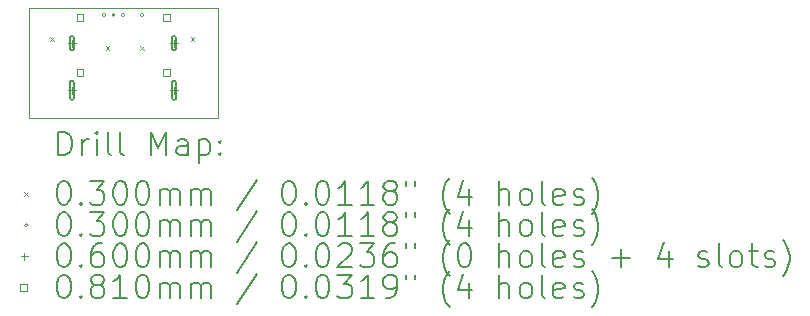
<source format=gbr>
%FSLAX45Y45*%
G04 Gerber Fmt 4.5, Leading zero omitted, Abs format (unit mm)*
G04 Created by KiCad (PCBNEW 6.0.2+dfsg-1) date 2023-06-30 14:06:58*
%MOMM*%
%LPD*%
G01*
G04 APERTURE LIST*
%TA.AperFunction,Profile*%
%ADD10C,0.100000*%
%TD*%
%ADD11C,0.200000*%
%ADD12C,0.030000*%
%ADD13C,0.060000*%
%ADD14C,0.081000*%
G04 APERTURE END LIST*
D10*
X9200000Y-10480000D02*
X9200000Y-9550000D01*
X10800000Y-10480000D02*
X10800000Y-9550000D01*
X10800000Y-10480000D02*
X9200000Y-10480000D01*
X10800000Y-9550000D02*
X9200000Y-9550000D01*
D11*
D12*
X9385000Y-9795000D02*
X9415000Y-9825000D01*
X9415000Y-9795000D02*
X9385000Y-9825000D01*
X9855000Y-9875000D02*
X9885000Y-9905000D01*
X9885000Y-9875000D02*
X9855000Y-9905000D01*
X10145000Y-9875000D02*
X10175000Y-9905000D01*
X10175000Y-9875000D02*
X10145000Y-9905000D01*
X10575000Y-9795000D02*
X10605000Y-9825000D01*
X10605000Y-9795000D02*
X10575000Y-9825000D01*
X9855000Y-9610000D02*
G75*
G03*
X9855000Y-9610000I-15000J0D01*
G01*
X9935000Y-9610000D02*
G75*
G03*
X9935000Y-9610000I-15000J0D01*
G01*
X10015000Y-9610000D02*
G75*
G03*
X10015000Y-9610000I-15000J0D01*
G01*
X10175000Y-9610000D02*
G75*
G03*
X10175000Y-9610000I-15000J0D01*
G01*
D13*
X9568000Y-9817180D02*
X9568000Y-9877180D01*
X9538000Y-9847180D02*
X9598000Y-9847180D01*
D11*
X9548000Y-9807180D02*
X9548000Y-9887180D01*
X9588000Y-9807180D02*
X9588000Y-9887180D01*
X9548000Y-9887180D02*
G75*
G03*
X9588000Y-9887180I20000J0D01*
G01*
X9588000Y-9807180D02*
G75*
G03*
X9548000Y-9807180I-20000J0D01*
G01*
D13*
X9568000Y-10217180D02*
X9568000Y-10277180D01*
X9538000Y-10247180D02*
X9598000Y-10247180D01*
D11*
X9548000Y-10187180D02*
X9548000Y-10307180D01*
X9588000Y-10187180D02*
X9588000Y-10307180D01*
X9548000Y-10307180D02*
G75*
G03*
X9588000Y-10307180I20000J0D01*
G01*
X9588000Y-10187180D02*
G75*
G03*
X9548000Y-10187180I-20000J0D01*
G01*
D13*
X10432000Y-9817180D02*
X10432000Y-9877180D01*
X10402000Y-9847180D02*
X10462000Y-9847180D01*
D11*
X10412000Y-9807180D02*
X10412000Y-9887180D01*
X10452000Y-9807180D02*
X10452000Y-9887180D01*
X10412000Y-9887180D02*
G75*
G03*
X10452000Y-9887180I20000J0D01*
G01*
X10452000Y-9807180D02*
G75*
G03*
X10412000Y-9807180I-20000J0D01*
G01*
D13*
X10432000Y-10217180D02*
X10432000Y-10277180D01*
X10402000Y-10247180D02*
X10462000Y-10247180D01*
D11*
X10412000Y-10187180D02*
X10412000Y-10307180D01*
X10452000Y-10187180D02*
X10452000Y-10307180D01*
X10412000Y-10307180D02*
G75*
G03*
X10452000Y-10307180I20000J0D01*
G01*
X10452000Y-10187180D02*
G75*
G03*
X10412000Y-10187180I-20000J0D01*
G01*
D14*
X9663638Y-9658638D02*
X9663638Y-9601362D01*
X9606362Y-9601362D01*
X9606362Y-9658638D01*
X9663638Y-9658638D01*
X9663638Y-10124638D02*
X9663638Y-10067362D01*
X9606362Y-10067362D01*
X9606362Y-10124638D01*
X9663638Y-10124638D01*
X10393638Y-9658638D02*
X10393638Y-9601362D01*
X10336362Y-9601362D01*
X10336362Y-9658638D01*
X10393638Y-9658638D01*
X10393638Y-10124638D02*
X10393638Y-10067362D01*
X10336362Y-10067362D01*
X10336362Y-10124638D01*
X10393638Y-10124638D01*
D11*
X9452619Y-10795476D02*
X9452619Y-10595476D01*
X9500238Y-10595476D01*
X9528810Y-10605000D01*
X9547857Y-10624048D01*
X9557381Y-10643095D01*
X9566905Y-10681190D01*
X9566905Y-10709762D01*
X9557381Y-10747857D01*
X9547857Y-10766905D01*
X9528810Y-10785952D01*
X9500238Y-10795476D01*
X9452619Y-10795476D01*
X9652619Y-10795476D02*
X9652619Y-10662143D01*
X9652619Y-10700238D02*
X9662143Y-10681190D01*
X9671667Y-10671667D01*
X9690714Y-10662143D01*
X9709762Y-10662143D01*
X9776429Y-10795476D02*
X9776429Y-10662143D01*
X9776429Y-10595476D02*
X9766905Y-10605000D01*
X9776429Y-10614524D01*
X9785952Y-10605000D01*
X9776429Y-10595476D01*
X9776429Y-10614524D01*
X9900238Y-10795476D02*
X9881190Y-10785952D01*
X9871667Y-10766905D01*
X9871667Y-10595476D01*
X10005000Y-10795476D02*
X9985952Y-10785952D01*
X9976429Y-10766905D01*
X9976429Y-10595476D01*
X10233571Y-10795476D02*
X10233571Y-10595476D01*
X10300238Y-10738333D01*
X10366905Y-10595476D01*
X10366905Y-10795476D01*
X10547857Y-10795476D02*
X10547857Y-10690714D01*
X10538333Y-10671667D01*
X10519286Y-10662143D01*
X10481190Y-10662143D01*
X10462143Y-10671667D01*
X10547857Y-10785952D02*
X10528810Y-10795476D01*
X10481190Y-10795476D01*
X10462143Y-10785952D01*
X10452619Y-10766905D01*
X10452619Y-10747857D01*
X10462143Y-10728810D01*
X10481190Y-10719286D01*
X10528810Y-10719286D01*
X10547857Y-10709762D01*
X10643095Y-10662143D02*
X10643095Y-10862143D01*
X10643095Y-10671667D02*
X10662143Y-10662143D01*
X10700238Y-10662143D01*
X10719286Y-10671667D01*
X10728810Y-10681190D01*
X10738333Y-10700238D01*
X10738333Y-10757381D01*
X10728810Y-10776429D01*
X10719286Y-10785952D01*
X10700238Y-10795476D01*
X10662143Y-10795476D01*
X10643095Y-10785952D01*
X10824048Y-10776429D02*
X10833571Y-10785952D01*
X10824048Y-10795476D01*
X10814524Y-10785952D01*
X10824048Y-10776429D01*
X10824048Y-10795476D01*
X10824048Y-10671667D02*
X10833571Y-10681190D01*
X10824048Y-10690714D01*
X10814524Y-10681190D01*
X10824048Y-10671667D01*
X10824048Y-10690714D01*
D12*
X9165000Y-11110000D02*
X9195000Y-11140000D01*
X9195000Y-11110000D02*
X9165000Y-11140000D01*
D11*
X9490714Y-11015476D02*
X9509762Y-11015476D01*
X9528810Y-11025000D01*
X9538333Y-11034524D01*
X9547857Y-11053571D01*
X9557381Y-11091667D01*
X9557381Y-11139286D01*
X9547857Y-11177381D01*
X9538333Y-11196428D01*
X9528810Y-11205952D01*
X9509762Y-11215476D01*
X9490714Y-11215476D01*
X9471667Y-11205952D01*
X9462143Y-11196428D01*
X9452619Y-11177381D01*
X9443095Y-11139286D01*
X9443095Y-11091667D01*
X9452619Y-11053571D01*
X9462143Y-11034524D01*
X9471667Y-11025000D01*
X9490714Y-11015476D01*
X9643095Y-11196428D02*
X9652619Y-11205952D01*
X9643095Y-11215476D01*
X9633571Y-11205952D01*
X9643095Y-11196428D01*
X9643095Y-11215476D01*
X9719286Y-11015476D02*
X9843095Y-11015476D01*
X9776429Y-11091667D01*
X9805000Y-11091667D01*
X9824048Y-11101190D01*
X9833571Y-11110714D01*
X9843095Y-11129762D01*
X9843095Y-11177381D01*
X9833571Y-11196428D01*
X9824048Y-11205952D01*
X9805000Y-11215476D01*
X9747857Y-11215476D01*
X9728810Y-11205952D01*
X9719286Y-11196428D01*
X9966905Y-11015476D02*
X9985952Y-11015476D01*
X10005000Y-11025000D01*
X10014524Y-11034524D01*
X10024048Y-11053571D01*
X10033571Y-11091667D01*
X10033571Y-11139286D01*
X10024048Y-11177381D01*
X10014524Y-11196428D01*
X10005000Y-11205952D01*
X9985952Y-11215476D01*
X9966905Y-11215476D01*
X9947857Y-11205952D01*
X9938333Y-11196428D01*
X9928810Y-11177381D01*
X9919286Y-11139286D01*
X9919286Y-11091667D01*
X9928810Y-11053571D01*
X9938333Y-11034524D01*
X9947857Y-11025000D01*
X9966905Y-11015476D01*
X10157381Y-11015476D02*
X10176429Y-11015476D01*
X10195476Y-11025000D01*
X10205000Y-11034524D01*
X10214524Y-11053571D01*
X10224048Y-11091667D01*
X10224048Y-11139286D01*
X10214524Y-11177381D01*
X10205000Y-11196428D01*
X10195476Y-11205952D01*
X10176429Y-11215476D01*
X10157381Y-11215476D01*
X10138333Y-11205952D01*
X10128810Y-11196428D01*
X10119286Y-11177381D01*
X10109762Y-11139286D01*
X10109762Y-11091667D01*
X10119286Y-11053571D01*
X10128810Y-11034524D01*
X10138333Y-11025000D01*
X10157381Y-11015476D01*
X10309762Y-11215476D02*
X10309762Y-11082143D01*
X10309762Y-11101190D02*
X10319286Y-11091667D01*
X10338333Y-11082143D01*
X10366905Y-11082143D01*
X10385952Y-11091667D01*
X10395476Y-11110714D01*
X10395476Y-11215476D01*
X10395476Y-11110714D02*
X10405000Y-11091667D01*
X10424048Y-11082143D01*
X10452619Y-11082143D01*
X10471667Y-11091667D01*
X10481190Y-11110714D01*
X10481190Y-11215476D01*
X10576429Y-11215476D02*
X10576429Y-11082143D01*
X10576429Y-11101190D02*
X10585952Y-11091667D01*
X10605000Y-11082143D01*
X10633571Y-11082143D01*
X10652619Y-11091667D01*
X10662143Y-11110714D01*
X10662143Y-11215476D01*
X10662143Y-11110714D02*
X10671667Y-11091667D01*
X10690714Y-11082143D01*
X10719286Y-11082143D01*
X10738333Y-11091667D01*
X10747857Y-11110714D01*
X10747857Y-11215476D01*
X11138333Y-11005952D02*
X10966905Y-11263095D01*
X11395476Y-11015476D02*
X11414524Y-11015476D01*
X11433571Y-11025000D01*
X11443095Y-11034524D01*
X11452619Y-11053571D01*
X11462143Y-11091667D01*
X11462143Y-11139286D01*
X11452619Y-11177381D01*
X11443095Y-11196428D01*
X11433571Y-11205952D01*
X11414524Y-11215476D01*
X11395476Y-11215476D01*
X11376428Y-11205952D01*
X11366905Y-11196428D01*
X11357381Y-11177381D01*
X11347857Y-11139286D01*
X11347857Y-11091667D01*
X11357381Y-11053571D01*
X11366905Y-11034524D01*
X11376428Y-11025000D01*
X11395476Y-11015476D01*
X11547857Y-11196428D02*
X11557381Y-11205952D01*
X11547857Y-11215476D01*
X11538333Y-11205952D01*
X11547857Y-11196428D01*
X11547857Y-11215476D01*
X11681190Y-11015476D02*
X11700238Y-11015476D01*
X11719286Y-11025000D01*
X11728809Y-11034524D01*
X11738333Y-11053571D01*
X11747857Y-11091667D01*
X11747857Y-11139286D01*
X11738333Y-11177381D01*
X11728809Y-11196428D01*
X11719286Y-11205952D01*
X11700238Y-11215476D01*
X11681190Y-11215476D01*
X11662143Y-11205952D01*
X11652619Y-11196428D01*
X11643095Y-11177381D01*
X11633571Y-11139286D01*
X11633571Y-11091667D01*
X11643095Y-11053571D01*
X11652619Y-11034524D01*
X11662143Y-11025000D01*
X11681190Y-11015476D01*
X11938333Y-11215476D02*
X11824048Y-11215476D01*
X11881190Y-11215476D02*
X11881190Y-11015476D01*
X11862143Y-11044048D01*
X11843095Y-11063095D01*
X11824048Y-11072619D01*
X12128809Y-11215476D02*
X12014524Y-11215476D01*
X12071667Y-11215476D02*
X12071667Y-11015476D01*
X12052619Y-11044048D01*
X12033571Y-11063095D01*
X12014524Y-11072619D01*
X12243095Y-11101190D02*
X12224048Y-11091667D01*
X12214524Y-11082143D01*
X12205000Y-11063095D01*
X12205000Y-11053571D01*
X12214524Y-11034524D01*
X12224048Y-11025000D01*
X12243095Y-11015476D01*
X12281190Y-11015476D01*
X12300238Y-11025000D01*
X12309762Y-11034524D01*
X12319286Y-11053571D01*
X12319286Y-11063095D01*
X12309762Y-11082143D01*
X12300238Y-11091667D01*
X12281190Y-11101190D01*
X12243095Y-11101190D01*
X12224048Y-11110714D01*
X12214524Y-11120238D01*
X12205000Y-11139286D01*
X12205000Y-11177381D01*
X12214524Y-11196428D01*
X12224048Y-11205952D01*
X12243095Y-11215476D01*
X12281190Y-11215476D01*
X12300238Y-11205952D01*
X12309762Y-11196428D01*
X12319286Y-11177381D01*
X12319286Y-11139286D01*
X12309762Y-11120238D01*
X12300238Y-11110714D01*
X12281190Y-11101190D01*
X12395476Y-11015476D02*
X12395476Y-11053571D01*
X12471667Y-11015476D02*
X12471667Y-11053571D01*
X12766905Y-11291667D02*
X12757381Y-11282143D01*
X12738333Y-11253571D01*
X12728809Y-11234524D01*
X12719286Y-11205952D01*
X12709762Y-11158333D01*
X12709762Y-11120238D01*
X12719286Y-11072619D01*
X12728809Y-11044048D01*
X12738333Y-11025000D01*
X12757381Y-10996429D01*
X12766905Y-10986905D01*
X12928809Y-11082143D02*
X12928809Y-11215476D01*
X12881190Y-11005952D02*
X12833571Y-11148810D01*
X12957381Y-11148810D01*
X13185952Y-11215476D02*
X13185952Y-11015476D01*
X13271667Y-11215476D02*
X13271667Y-11110714D01*
X13262143Y-11091667D01*
X13243095Y-11082143D01*
X13214524Y-11082143D01*
X13195476Y-11091667D01*
X13185952Y-11101190D01*
X13395476Y-11215476D02*
X13376428Y-11205952D01*
X13366905Y-11196428D01*
X13357381Y-11177381D01*
X13357381Y-11120238D01*
X13366905Y-11101190D01*
X13376428Y-11091667D01*
X13395476Y-11082143D01*
X13424048Y-11082143D01*
X13443095Y-11091667D01*
X13452619Y-11101190D01*
X13462143Y-11120238D01*
X13462143Y-11177381D01*
X13452619Y-11196428D01*
X13443095Y-11205952D01*
X13424048Y-11215476D01*
X13395476Y-11215476D01*
X13576428Y-11215476D02*
X13557381Y-11205952D01*
X13547857Y-11186905D01*
X13547857Y-11015476D01*
X13728809Y-11205952D02*
X13709762Y-11215476D01*
X13671667Y-11215476D01*
X13652619Y-11205952D01*
X13643095Y-11186905D01*
X13643095Y-11110714D01*
X13652619Y-11091667D01*
X13671667Y-11082143D01*
X13709762Y-11082143D01*
X13728809Y-11091667D01*
X13738333Y-11110714D01*
X13738333Y-11129762D01*
X13643095Y-11148810D01*
X13814524Y-11205952D02*
X13833571Y-11215476D01*
X13871667Y-11215476D01*
X13890714Y-11205952D01*
X13900238Y-11186905D01*
X13900238Y-11177381D01*
X13890714Y-11158333D01*
X13871667Y-11148810D01*
X13843095Y-11148810D01*
X13824048Y-11139286D01*
X13814524Y-11120238D01*
X13814524Y-11110714D01*
X13824048Y-11091667D01*
X13843095Y-11082143D01*
X13871667Y-11082143D01*
X13890714Y-11091667D01*
X13966905Y-11291667D02*
X13976428Y-11282143D01*
X13995476Y-11253571D01*
X14005000Y-11234524D01*
X14014524Y-11205952D01*
X14024048Y-11158333D01*
X14024048Y-11120238D01*
X14014524Y-11072619D01*
X14005000Y-11044048D01*
X13995476Y-11025000D01*
X13976428Y-10996429D01*
X13966905Y-10986905D01*
D12*
X9195000Y-11389000D02*
G75*
G03*
X9195000Y-11389000I-15000J0D01*
G01*
D11*
X9490714Y-11279476D02*
X9509762Y-11279476D01*
X9528810Y-11289000D01*
X9538333Y-11298524D01*
X9547857Y-11317571D01*
X9557381Y-11355667D01*
X9557381Y-11403286D01*
X9547857Y-11441381D01*
X9538333Y-11460428D01*
X9528810Y-11469952D01*
X9509762Y-11479476D01*
X9490714Y-11479476D01*
X9471667Y-11469952D01*
X9462143Y-11460428D01*
X9452619Y-11441381D01*
X9443095Y-11403286D01*
X9443095Y-11355667D01*
X9452619Y-11317571D01*
X9462143Y-11298524D01*
X9471667Y-11289000D01*
X9490714Y-11279476D01*
X9643095Y-11460428D02*
X9652619Y-11469952D01*
X9643095Y-11479476D01*
X9633571Y-11469952D01*
X9643095Y-11460428D01*
X9643095Y-11479476D01*
X9719286Y-11279476D02*
X9843095Y-11279476D01*
X9776429Y-11355667D01*
X9805000Y-11355667D01*
X9824048Y-11365190D01*
X9833571Y-11374714D01*
X9843095Y-11393762D01*
X9843095Y-11441381D01*
X9833571Y-11460428D01*
X9824048Y-11469952D01*
X9805000Y-11479476D01*
X9747857Y-11479476D01*
X9728810Y-11469952D01*
X9719286Y-11460428D01*
X9966905Y-11279476D02*
X9985952Y-11279476D01*
X10005000Y-11289000D01*
X10014524Y-11298524D01*
X10024048Y-11317571D01*
X10033571Y-11355667D01*
X10033571Y-11403286D01*
X10024048Y-11441381D01*
X10014524Y-11460428D01*
X10005000Y-11469952D01*
X9985952Y-11479476D01*
X9966905Y-11479476D01*
X9947857Y-11469952D01*
X9938333Y-11460428D01*
X9928810Y-11441381D01*
X9919286Y-11403286D01*
X9919286Y-11355667D01*
X9928810Y-11317571D01*
X9938333Y-11298524D01*
X9947857Y-11289000D01*
X9966905Y-11279476D01*
X10157381Y-11279476D02*
X10176429Y-11279476D01*
X10195476Y-11289000D01*
X10205000Y-11298524D01*
X10214524Y-11317571D01*
X10224048Y-11355667D01*
X10224048Y-11403286D01*
X10214524Y-11441381D01*
X10205000Y-11460428D01*
X10195476Y-11469952D01*
X10176429Y-11479476D01*
X10157381Y-11479476D01*
X10138333Y-11469952D01*
X10128810Y-11460428D01*
X10119286Y-11441381D01*
X10109762Y-11403286D01*
X10109762Y-11355667D01*
X10119286Y-11317571D01*
X10128810Y-11298524D01*
X10138333Y-11289000D01*
X10157381Y-11279476D01*
X10309762Y-11479476D02*
X10309762Y-11346143D01*
X10309762Y-11365190D02*
X10319286Y-11355667D01*
X10338333Y-11346143D01*
X10366905Y-11346143D01*
X10385952Y-11355667D01*
X10395476Y-11374714D01*
X10395476Y-11479476D01*
X10395476Y-11374714D02*
X10405000Y-11355667D01*
X10424048Y-11346143D01*
X10452619Y-11346143D01*
X10471667Y-11355667D01*
X10481190Y-11374714D01*
X10481190Y-11479476D01*
X10576429Y-11479476D02*
X10576429Y-11346143D01*
X10576429Y-11365190D02*
X10585952Y-11355667D01*
X10605000Y-11346143D01*
X10633571Y-11346143D01*
X10652619Y-11355667D01*
X10662143Y-11374714D01*
X10662143Y-11479476D01*
X10662143Y-11374714D02*
X10671667Y-11355667D01*
X10690714Y-11346143D01*
X10719286Y-11346143D01*
X10738333Y-11355667D01*
X10747857Y-11374714D01*
X10747857Y-11479476D01*
X11138333Y-11269952D02*
X10966905Y-11527095D01*
X11395476Y-11279476D02*
X11414524Y-11279476D01*
X11433571Y-11289000D01*
X11443095Y-11298524D01*
X11452619Y-11317571D01*
X11462143Y-11355667D01*
X11462143Y-11403286D01*
X11452619Y-11441381D01*
X11443095Y-11460428D01*
X11433571Y-11469952D01*
X11414524Y-11479476D01*
X11395476Y-11479476D01*
X11376428Y-11469952D01*
X11366905Y-11460428D01*
X11357381Y-11441381D01*
X11347857Y-11403286D01*
X11347857Y-11355667D01*
X11357381Y-11317571D01*
X11366905Y-11298524D01*
X11376428Y-11289000D01*
X11395476Y-11279476D01*
X11547857Y-11460428D02*
X11557381Y-11469952D01*
X11547857Y-11479476D01*
X11538333Y-11469952D01*
X11547857Y-11460428D01*
X11547857Y-11479476D01*
X11681190Y-11279476D02*
X11700238Y-11279476D01*
X11719286Y-11289000D01*
X11728809Y-11298524D01*
X11738333Y-11317571D01*
X11747857Y-11355667D01*
X11747857Y-11403286D01*
X11738333Y-11441381D01*
X11728809Y-11460428D01*
X11719286Y-11469952D01*
X11700238Y-11479476D01*
X11681190Y-11479476D01*
X11662143Y-11469952D01*
X11652619Y-11460428D01*
X11643095Y-11441381D01*
X11633571Y-11403286D01*
X11633571Y-11355667D01*
X11643095Y-11317571D01*
X11652619Y-11298524D01*
X11662143Y-11289000D01*
X11681190Y-11279476D01*
X11938333Y-11479476D02*
X11824048Y-11479476D01*
X11881190Y-11479476D02*
X11881190Y-11279476D01*
X11862143Y-11308048D01*
X11843095Y-11327095D01*
X11824048Y-11336619D01*
X12128809Y-11479476D02*
X12014524Y-11479476D01*
X12071667Y-11479476D02*
X12071667Y-11279476D01*
X12052619Y-11308048D01*
X12033571Y-11327095D01*
X12014524Y-11336619D01*
X12243095Y-11365190D02*
X12224048Y-11355667D01*
X12214524Y-11346143D01*
X12205000Y-11327095D01*
X12205000Y-11317571D01*
X12214524Y-11298524D01*
X12224048Y-11289000D01*
X12243095Y-11279476D01*
X12281190Y-11279476D01*
X12300238Y-11289000D01*
X12309762Y-11298524D01*
X12319286Y-11317571D01*
X12319286Y-11327095D01*
X12309762Y-11346143D01*
X12300238Y-11355667D01*
X12281190Y-11365190D01*
X12243095Y-11365190D01*
X12224048Y-11374714D01*
X12214524Y-11384238D01*
X12205000Y-11403286D01*
X12205000Y-11441381D01*
X12214524Y-11460428D01*
X12224048Y-11469952D01*
X12243095Y-11479476D01*
X12281190Y-11479476D01*
X12300238Y-11469952D01*
X12309762Y-11460428D01*
X12319286Y-11441381D01*
X12319286Y-11403286D01*
X12309762Y-11384238D01*
X12300238Y-11374714D01*
X12281190Y-11365190D01*
X12395476Y-11279476D02*
X12395476Y-11317571D01*
X12471667Y-11279476D02*
X12471667Y-11317571D01*
X12766905Y-11555667D02*
X12757381Y-11546143D01*
X12738333Y-11517571D01*
X12728809Y-11498524D01*
X12719286Y-11469952D01*
X12709762Y-11422333D01*
X12709762Y-11384238D01*
X12719286Y-11336619D01*
X12728809Y-11308048D01*
X12738333Y-11289000D01*
X12757381Y-11260428D01*
X12766905Y-11250905D01*
X12928809Y-11346143D02*
X12928809Y-11479476D01*
X12881190Y-11269952D02*
X12833571Y-11412809D01*
X12957381Y-11412809D01*
X13185952Y-11479476D02*
X13185952Y-11279476D01*
X13271667Y-11479476D02*
X13271667Y-11374714D01*
X13262143Y-11355667D01*
X13243095Y-11346143D01*
X13214524Y-11346143D01*
X13195476Y-11355667D01*
X13185952Y-11365190D01*
X13395476Y-11479476D02*
X13376428Y-11469952D01*
X13366905Y-11460428D01*
X13357381Y-11441381D01*
X13357381Y-11384238D01*
X13366905Y-11365190D01*
X13376428Y-11355667D01*
X13395476Y-11346143D01*
X13424048Y-11346143D01*
X13443095Y-11355667D01*
X13452619Y-11365190D01*
X13462143Y-11384238D01*
X13462143Y-11441381D01*
X13452619Y-11460428D01*
X13443095Y-11469952D01*
X13424048Y-11479476D01*
X13395476Y-11479476D01*
X13576428Y-11479476D02*
X13557381Y-11469952D01*
X13547857Y-11450905D01*
X13547857Y-11279476D01*
X13728809Y-11469952D02*
X13709762Y-11479476D01*
X13671667Y-11479476D01*
X13652619Y-11469952D01*
X13643095Y-11450905D01*
X13643095Y-11374714D01*
X13652619Y-11355667D01*
X13671667Y-11346143D01*
X13709762Y-11346143D01*
X13728809Y-11355667D01*
X13738333Y-11374714D01*
X13738333Y-11393762D01*
X13643095Y-11412809D01*
X13814524Y-11469952D02*
X13833571Y-11479476D01*
X13871667Y-11479476D01*
X13890714Y-11469952D01*
X13900238Y-11450905D01*
X13900238Y-11441381D01*
X13890714Y-11422333D01*
X13871667Y-11412809D01*
X13843095Y-11412809D01*
X13824048Y-11403286D01*
X13814524Y-11384238D01*
X13814524Y-11374714D01*
X13824048Y-11355667D01*
X13843095Y-11346143D01*
X13871667Y-11346143D01*
X13890714Y-11355667D01*
X13966905Y-11555667D02*
X13976428Y-11546143D01*
X13995476Y-11517571D01*
X14005000Y-11498524D01*
X14014524Y-11469952D01*
X14024048Y-11422333D01*
X14024048Y-11384238D01*
X14014524Y-11336619D01*
X14005000Y-11308048D01*
X13995476Y-11289000D01*
X13976428Y-11260428D01*
X13966905Y-11250905D01*
D13*
X9165000Y-11623000D02*
X9165000Y-11683000D01*
X9135000Y-11653000D02*
X9195000Y-11653000D01*
D11*
X9490714Y-11543476D02*
X9509762Y-11543476D01*
X9528810Y-11553000D01*
X9538333Y-11562524D01*
X9547857Y-11581571D01*
X9557381Y-11619667D01*
X9557381Y-11667286D01*
X9547857Y-11705381D01*
X9538333Y-11724428D01*
X9528810Y-11733952D01*
X9509762Y-11743476D01*
X9490714Y-11743476D01*
X9471667Y-11733952D01*
X9462143Y-11724428D01*
X9452619Y-11705381D01*
X9443095Y-11667286D01*
X9443095Y-11619667D01*
X9452619Y-11581571D01*
X9462143Y-11562524D01*
X9471667Y-11553000D01*
X9490714Y-11543476D01*
X9643095Y-11724428D02*
X9652619Y-11733952D01*
X9643095Y-11743476D01*
X9633571Y-11733952D01*
X9643095Y-11724428D01*
X9643095Y-11743476D01*
X9824048Y-11543476D02*
X9785952Y-11543476D01*
X9766905Y-11553000D01*
X9757381Y-11562524D01*
X9738333Y-11591095D01*
X9728810Y-11629190D01*
X9728810Y-11705381D01*
X9738333Y-11724428D01*
X9747857Y-11733952D01*
X9766905Y-11743476D01*
X9805000Y-11743476D01*
X9824048Y-11733952D01*
X9833571Y-11724428D01*
X9843095Y-11705381D01*
X9843095Y-11657762D01*
X9833571Y-11638714D01*
X9824048Y-11629190D01*
X9805000Y-11619667D01*
X9766905Y-11619667D01*
X9747857Y-11629190D01*
X9738333Y-11638714D01*
X9728810Y-11657762D01*
X9966905Y-11543476D02*
X9985952Y-11543476D01*
X10005000Y-11553000D01*
X10014524Y-11562524D01*
X10024048Y-11581571D01*
X10033571Y-11619667D01*
X10033571Y-11667286D01*
X10024048Y-11705381D01*
X10014524Y-11724428D01*
X10005000Y-11733952D01*
X9985952Y-11743476D01*
X9966905Y-11743476D01*
X9947857Y-11733952D01*
X9938333Y-11724428D01*
X9928810Y-11705381D01*
X9919286Y-11667286D01*
X9919286Y-11619667D01*
X9928810Y-11581571D01*
X9938333Y-11562524D01*
X9947857Y-11553000D01*
X9966905Y-11543476D01*
X10157381Y-11543476D02*
X10176429Y-11543476D01*
X10195476Y-11553000D01*
X10205000Y-11562524D01*
X10214524Y-11581571D01*
X10224048Y-11619667D01*
X10224048Y-11667286D01*
X10214524Y-11705381D01*
X10205000Y-11724428D01*
X10195476Y-11733952D01*
X10176429Y-11743476D01*
X10157381Y-11743476D01*
X10138333Y-11733952D01*
X10128810Y-11724428D01*
X10119286Y-11705381D01*
X10109762Y-11667286D01*
X10109762Y-11619667D01*
X10119286Y-11581571D01*
X10128810Y-11562524D01*
X10138333Y-11553000D01*
X10157381Y-11543476D01*
X10309762Y-11743476D02*
X10309762Y-11610143D01*
X10309762Y-11629190D02*
X10319286Y-11619667D01*
X10338333Y-11610143D01*
X10366905Y-11610143D01*
X10385952Y-11619667D01*
X10395476Y-11638714D01*
X10395476Y-11743476D01*
X10395476Y-11638714D02*
X10405000Y-11619667D01*
X10424048Y-11610143D01*
X10452619Y-11610143D01*
X10471667Y-11619667D01*
X10481190Y-11638714D01*
X10481190Y-11743476D01*
X10576429Y-11743476D02*
X10576429Y-11610143D01*
X10576429Y-11629190D02*
X10585952Y-11619667D01*
X10605000Y-11610143D01*
X10633571Y-11610143D01*
X10652619Y-11619667D01*
X10662143Y-11638714D01*
X10662143Y-11743476D01*
X10662143Y-11638714D02*
X10671667Y-11619667D01*
X10690714Y-11610143D01*
X10719286Y-11610143D01*
X10738333Y-11619667D01*
X10747857Y-11638714D01*
X10747857Y-11743476D01*
X11138333Y-11533952D02*
X10966905Y-11791095D01*
X11395476Y-11543476D02*
X11414524Y-11543476D01*
X11433571Y-11553000D01*
X11443095Y-11562524D01*
X11452619Y-11581571D01*
X11462143Y-11619667D01*
X11462143Y-11667286D01*
X11452619Y-11705381D01*
X11443095Y-11724428D01*
X11433571Y-11733952D01*
X11414524Y-11743476D01*
X11395476Y-11743476D01*
X11376428Y-11733952D01*
X11366905Y-11724428D01*
X11357381Y-11705381D01*
X11347857Y-11667286D01*
X11347857Y-11619667D01*
X11357381Y-11581571D01*
X11366905Y-11562524D01*
X11376428Y-11553000D01*
X11395476Y-11543476D01*
X11547857Y-11724428D02*
X11557381Y-11733952D01*
X11547857Y-11743476D01*
X11538333Y-11733952D01*
X11547857Y-11724428D01*
X11547857Y-11743476D01*
X11681190Y-11543476D02*
X11700238Y-11543476D01*
X11719286Y-11553000D01*
X11728809Y-11562524D01*
X11738333Y-11581571D01*
X11747857Y-11619667D01*
X11747857Y-11667286D01*
X11738333Y-11705381D01*
X11728809Y-11724428D01*
X11719286Y-11733952D01*
X11700238Y-11743476D01*
X11681190Y-11743476D01*
X11662143Y-11733952D01*
X11652619Y-11724428D01*
X11643095Y-11705381D01*
X11633571Y-11667286D01*
X11633571Y-11619667D01*
X11643095Y-11581571D01*
X11652619Y-11562524D01*
X11662143Y-11553000D01*
X11681190Y-11543476D01*
X11824048Y-11562524D02*
X11833571Y-11553000D01*
X11852619Y-11543476D01*
X11900238Y-11543476D01*
X11919286Y-11553000D01*
X11928809Y-11562524D01*
X11938333Y-11581571D01*
X11938333Y-11600619D01*
X11928809Y-11629190D01*
X11814524Y-11743476D01*
X11938333Y-11743476D01*
X12005000Y-11543476D02*
X12128809Y-11543476D01*
X12062143Y-11619667D01*
X12090714Y-11619667D01*
X12109762Y-11629190D01*
X12119286Y-11638714D01*
X12128809Y-11657762D01*
X12128809Y-11705381D01*
X12119286Y-11724428D01*
X12109762Y-11733952D01*
X12090714Y-11743476D01*
X12033571Y-11743476D01*
X12014524Y-11733952D01*
X12005000Y-11724428D01*
X12300238Y-11543476D02*
X12262143Y-11543476D01*
X12243095Y-11553000D01*
X12233571Y-11562524D01*
X12214524Y-11591095D01*
X12205000Y-11629190D01*
X12205000Y-11705381D01*
X12214524Y-11724428D01*
X12224048Y-11733952D01*
X12243095Y-11743476D01*
X12281190Y-11743476D01*
X12300238Y-11733952D01*
X12309762Y-11724428D01*
X12319286Y-11705381D01*
X12319286Y-11657762D01*
X12309762Y-11638714D01*
X12300238Y-11629190D01*
X12281190Y-11619667D01*
X12243095Y-11619667D01*
X12224048Y-11629190D01*
X12214524Y-11638714D01*
X12205000Y-11657762D01*
X12395476Y-11543476D02*
X12395476Y-11581571D01*
X12471667Y-11543476D02*
X12471667Y-11581571D01*
X12766905Y-11819667D02*
X12757381Y-11810143D01*
X12738333Y-11781571D01*
X12728809Y-11762524D01*
X12719286Y-11733952D01*
X12709762Y-11686333D01*
X12709762Y-11648238D01*
X12719286Y-11600619D01*
X12728809Y-11572048D01*
X12738333Y-11553000D01*
X12757381Y-11524428D01*
X12766905Y-11514905D01*
X12881190Y-11543476D02*
X12900238Y-11543476D01*
X12919286Y-11553000D01*
X12928809Y-11562524D01*
X12938333Y-11581571D01*
X12947857Y-11619667D01*
X12947857Y-11667286D01*
X12938333Y-11705381D01*
X12928809Y-11724428D01*
X12919286Y-11733952D01*
X12900238Y-11743476D01*
X12881190Y-11743476D01*
X12862143Y-11733952D01*
X12852619Y-11724428D01*
X12843095Y-11705381D01*
X12833571Y-11667286D01*
X12833571Y-11619667D01*
X12843095Y-11581571D01*
X12852619Y-11562524D01*
X12862143Y-11553000D01*
X12881190Y-11543476D01*
X13185952Y-11743476D02*
X13185952Y-11543476D01*
X13271667Y-11743476D02*
X13271667Y-11638714D01*
X13262143Y-11619667D01*
X13243095Y-11610143D01*
X13214524Y-11610143D01*
X13195476Y-11619667D01*
X13185952Y-11629190D01*
X13395476Y-11743476D02*
X13376428Y-11733952D01*
X13366905Y-11724428D01*
X13357381Y-11705381D01*
X13357381Y-11648238D01*
X13366905Y-11629190D01*
X13376428Y-11619667D01*
X13395476Y-11610143D01*
X13424048Y-11610143D01*
X13443095Y-11619667D01*
X13452619Y-11629190D01*
X13462143Y-11648238D01*
X13462143Y-11705381D01*
X13452619Y-11724428D01*
X13443095Y-11733952D01*
X13424048Y-11743476D01*
X13395476Y-11743476D01*
X13576428Y-11743476D02*
X13557381Y-11733952D01*
X13547857Y-11714905D01*
X13547857Y-11543476D01*
X13728809Y-11733952D02*
X13709762Y-11743476D01*
X13671667Y-11743476D01*
X13652619Y-11733952D01*
X13643095Y-11714905D01*
X13643095Y-11638714D01*
X13652619Y-11619667D01*
X13671667Y-11610143D01*
X13709762Y-11610143D01*
X13728809Y-11619667D01*
X13738333Y-11638714D01*
X13738333Y-11657762D01*
X13643095Y-11676809D01*
X13814524Y-11733952D02*
X13833571Y-11743476D01*
X13871667Y-11743476D01*
X13890714Y-11733952D01*
X13900238Y-11714905D01*
X13900238Y-11705381D01*
X13890714Y-11686333D01*
X13871667Y-11676809D01*
X13843095Y-11676809D01*
X13824048Y-11667286D01*
X13814524Y-11648238D01*
X13814524Y-11638714D01*
X13824048Y-11619667D01*
X13843095Y-11610143D01*
X13871667Y-11610143D01*
X13890714Y-11619667D01*
X14138333Y-11667286D02*
X14290714Y-11667286D01*
X14214524Y-11743476D02*
X14214524Y-11591095D01*
X14624048Y-11610143D02*
X14624048Y-11743476D01*
X14576428Y-11533952D02*
X14528809Y-11676809D01*
X14652619Y-11676809D01*
X14871667Y-11733952D02*
X14890714Y-11743476D01*
X14928809Y-11743476D01*
X14947857Y-11733952D01*
X14957381Y-11714905D01*
X14957381Y-11705381D01*
X14947857Y-11686333D01*
X14928809Y-11676809D01*
X14900238Y-11676809D01*
X14881190Y-11667286D01*
X14871667Y-11648238D01*
X14871667Y-11638714D01*
X14881190Y-11619667D01*
X14900238Y-11610143D01*
X14928809Y-11610143D01*
X14947857Y-11619667D01*
X15071667Y-11743476D02*
X15052619Y-11733952D01*
X15043095Y-11714905D01*
X15043095Y-11543476D01*
X15176428Y-11743476D02*
X15157381Y-11733952D01*
X15147857Y-11724428D01*
X15138333Y-11705381D01*
X15138333Y-11648238D01*
X15147857Y-11629190D01*
X15157381Y-11619667D01*
X15176428Y-11610143D01*
X15205000Y-11610143D01*
X15224048Y-11619667D01*
X15233571Y-11629190D01*
X15243095Y-11648238D01*
X15243095Y-11705381D01*
X15233571Y-11724428D01*
X15224048Y-11733952D01*
X15205000Y-11743476D01*
X15176428Y-11743476D01*
X15300238Y-11610143D02*
X15376428Y-11610143D01*
X15328809Y-11543476D02*
X15328809Y-11714905D01*
X15338333Y-11733952D01*
X15357381Y-11743476D01*
X15376428Y-11743476D01*
X15433571Y-11733952D02*
X15452619Y-11743476D01*
X15490714Y-11743476D01*
X15509762Y-11733952D01*
X15519286Y-11714905D01*
X15519286Y-11705381D01*
X15509762Y-11686333D01*
X15490714Y-11676809D01*
X15462143Y-11676809D01*
X15443095Y-11667286D01*
X15433571Y-11648238D01*
X15433571Y-11638714D01*
X15443095Y-11619667D01*
X15462143Y-11610143D01*
X15490714Y-11610143D01*
X15509762Y-11619667D01*
X15585952Y-11819667D02*
X15595476Y-11810143D01*
X15614524Y-11781571D01*
X15624048Y-11762524D01*
X15633571Y-11733952D01*
X15643095Y-11686333D01*
X15643095Y-11648238D01*
X15633571Y-11600619D01*
X15624048Y-11572048D01*
X15614524Y-11553000D01*
X15595476Y-11524428D01*
X15585952Y-11514905D01*
D14*
X9183138Y-11945638D02*
X9183138Y-11888362D01*
X9125862Y-11888362D01*
X9125862Y-11945638D01*
X9183138Y-11945638D01*
D11*
X9490714Y-11807476D02*
X9509762Y-11807476D01*
X9528810Y-11817000D01*
X9538333Y-11826524D01*
X9547857Y-11845571D01*
X9557381Y-11883667D01*
X9557381Y-11931286D01*
X9547857Y-11969381D01*
X9538333Y-11988428D01*
X9528810Y-11997952D01*
X9509762Y-12007476D01*
X9490714Y-12007476D01*
X9471667Y-11997952D01*
X9462143Y-11988428D01*
X9452619Y-11969381D01*
X9443095Y-11931286D01*
X9443095Y-11883667D01*
X9452619Y-11845571D01*
X9462143Y-11826524D01*
X9471667Y-11817000D01*
X9490714Y-11807476D01*
X9643095Y-11988428D02*
X9652619Y-11997952D01*
X9643095Y-12007476D01*
X9633571Y-11997952D01*
X9643095Y-11988428D01*
X9643095Y-12007476D01*
X9766905Y-11893190D02*
X9747857Y-11883667D01*
X9738333Y-11874143D01*
X9728810Y-11855095D01*
X9728810Y-11845571D01*
X9738333Y-11826524D01*
X9747857Y-11817000D01*
X9766905Y-11807476D01*
X9805000Y-11807476D01*
X9824048Y-11817000D01*
X9833571Y-11826524D01*
X9843095Y-11845571D01*
X9843095Y-11855095D01*
X9833571Y-11874143D01*
X9824048Y-11883667D01*
X9805000Y-11893190D01*
X9766905Y-11893190D01*
X9747857Y-11902714D01*
X9738333Y-11912238D01*
X9728810Y-11931286D01*
X9728810Y-11969381D01*
X9738333Y-11988428D01*
X9747857Y-11997952D01*
X9766905Y-12007476D01*
X9805000Y-12007476D01*
X9824048Y-11997952D01*
X9833571Y-11988428D01*
X9843095Y-11969381D01*
X9843095Y-11931286D01*
X9833571Y-11912238D01*
X9824048Y-11902714D01*
X9805000Y-11893190D01*
X10033571Y-12007476D02*
X9919286Y-12007476D01*
X9976429Y-12007476D02*
X9976429Y-11807476D01*
X9957381Y-11836048D01*
X9938333Y-11855095D01*
X9919286Y-11864619D01*
X10157381Y-11807476D02*
X10176429Y-11807476D01*
X10195476Y-11817000D01*
X10205000Y-11826524D01*
X10214524Y-11845571D01*
X10224048Y-11883667D01*
X10224048Y-11931286D01*
X10214524Y-11969381D01*
X10205000Y-11988428D01*
X10195476Y-11997952D01*
X10176429Y-12007476D01*
X10157381Y-12007476D01*
X10138333Y-11997952D01*
X10128810Y-11988428D01*
X10119286Y-11969381D01*
X10109762Y-11931286D01*
X10109762Y-11883667D01*
X10119286Y-11845571D01*
X10128810Y-11826524D01*
X10138333Y-11817000D01*
X10157381Y-11807476D01*
X10309762Y-12007476D02*
X10309762Y-11874143D01*
X10309762Y-11893190D02*
X10319286Y-11883667D01*
X10338333Y-11874143D01*
X10366905Y-11874143D01*
X10385952Y-11883667D01*
X10395476Y-11902714D01*
X10395476Y-12007476D01*
X10395476Y-11902714D02*
X10405000Y-11883667D01*
X10424048Y-11874143D01*
X10452619Y-11874143D01*
X10471667Y-11883667D01*
X10481190Y-11902714D01*
X10481190Y-12007476D01*
X10576429Y-12007476D02*
X10576429Y-11874143D01*
X10576429Y-11893190D02*
X10585952Y-11883667D01*
X10605000Y-11874143D01*
X10633571Y-11874143D01*
X10652619Y-11883667D01*
X10662143Y-11902714D01*
X10662143Y-12007476D01*
X10662143Y-11902714D02*
X10671667Y-11883667D01*
X10690714Y-11874143D01*
X10719286Y-11874143D01*
X10738333Y-11883667D01*
X10747857Y-11902714D01*
X10747857Y-12007476D01*
X11138333Y-11797952D02*
X10966905Y-12055095D01*
X11395476Y-11807476D02*
X11414524Y-11807476D01*
X11433571Y-11817000D01*
X11443095Y-11826524D01*
X11452619Y-11845571D01*
X11462143Y-11883667D01*
X11462143Y-11931286D01*
X11452619Y-11969381D01*
X11443095Y-11988428D01*
X11433571Y-11997952D01*
X11414524Y-12007476D01*
X11395476Y-12007476D01*
X11376428Y-11997952D01*
X11366905Y-11988428D01*
X11357381Y-11969381D01*
X11347857Y-11931286D01*
X11347857Y-11883667D01*
X11357381Y-11845571D01*
X11366905Y-11826524D01*
X11376428Y-11817000D01*
X11395476Y-11807476D01*
X11547857Y-11988428D02*
X11557381Y-11997952D01*
X11547857Y-12007476D01*
X11538333Y-11997952D01*
X11547857Y-11988428D01*
X11547857Y-12007476D01*
X11681190Y-11807476D02*
X11700238Y-11807476D01*
X11719286Y-11817000D01*
X11728809Y-11826524D01*
X11738333Y-11845571D01*
X11747857Y-11883667D01*
X11747857Y-11931286D01*
X11738333Y-11969381D01*
X11728809Y-11988428D01*
X11719286Y-11997952D01*
X11700238Y-12007476D01*
X11681190Y-12007476D01*
X11662143Y-11997952D01*
X11652619Y-11988428D01*
X11643095Y-11969381D01*
X11633571Y-11931286D01*
X11633571Y-11883667D01*
X11643095Y-11845571D01*
X11652619Y-11826524D01*
X11662143Y-11817000D01*
X11681190Y-11807476D01*
X11814524Y-11807476D02*
X11938333Y-11807476D01*
X11871667Y-11883667D01*
X11900238Y-11883667D01*
X11919286Y-11893190D01*
X11928809Y-11902714D01*
X11938333Y-11921762D01*
X11938333Y-11969381D01*
X11928809Y-11988428D01*
X11919286Y-11997952D01*
X11900238Y-12007476D01*
X11843095Y-12007476D01*
X11824048Y-11997952D01*
X11814524Y-11988428D01*
X12128809Y-12007476D02*
X12014524Y-12007476D01*
X12071667Y-12007476D02*
X12071667Y-11807476D01*
X12052619Y-11836048D01*
X12033571Y-11855095D01*
X12014524Y-11864619D01*
X12224048Y-12007476D02*
X12262143Y-12007476D01*
X12281190Y-11997952D01*
X12290714Y-11988428D01*
X12309762Y-11959857D01*
X12319286Y-11921762D01*
X12319286Y-11845571D01*
X12309762Y-11826524D01*
X12300238Y-11817000D01*
X12281190Y-11807476D01*
X12243095Y-11807476D01*
X12224048Y-11817000D01*
X12214524Y-11826524D01*
X12205000Y-11845571D01*
X12205000Y-11893190D01*
X12214524Y-11912238D01*
X12224048Y-11921762D01*
X12243095Y-11931286D01*
X12281190Y-11931286D01*
X12300238Y-11921762D01*
X12309762Y-11912238D01*
X12319286Y-11893190D01*
X12395476Y-11807476D02*
X12395476Y-11845571D01*
X12471667Y-11807476D02*
X12471667Y-11845571D01*
X12766905Y-12083667D02*
X12757381Y-12074143D01*
X12738333Y-12045571D01*
X12728809Y-12026524D01*
X12719286Y-11997952D01*
X12709762Y-11950333D01*
X12709762Y-11912238D01*
X12719286Y-11864619D01*
X12728809Y-11836048D01*
X12738333Y-11817000D01*
X12757381Y-11788428D01*
X12766905Y-11778905D01*
X12928809Y-11874143D02*
X12928809Y-12007476D01*
X12881190Y-11797952D02*
X12833571Y-11940809D01*
X12957381Y-11940809D01*
X13185952Y-12007476D02*
X13185952Y-11807476D01*
X13271667Y-12007476D02*
X13271667Y-11902714D01*
X13262143Y-11883667D01*
X13243095Y-11874143D01*
X13214524Y-11874143D01*
X13195476Y-11883667D01*
X13185952Y-11893190D01*
X13395476Y-12007476D02*
X13376428Y-11997952D01*
X13366905Y-11988428D01*
X13357381Y-11969381D01*
X13357381Y-11912238D01*
X13366905Y-11893190D01*
X13376428Y-11883667D01*
X13395476Y-11874143D01*
X13424048Y-11874143D01*
X13443095Y-11883667D01*
X13452619Y-11893190D01*
X13462143Y-11912238D01*
X13462143Y-11969381D01*
X13452619Y-11988428D01*
X13443095Y-11997952D01*
X13424048Y-12007476D01*
X13395476Y-12007476D01*
X13576428Y-12007476D02*
X13557381Y-11997952D01*
X13547857Y-11978905D01*
X13547857Y-11807476D01*
X13728809Y-11997952D02*
X13709762Y-12007476D01*
X13671667Y-12007476D01*
X13652619Y-11997952D01*
X13643095Y-11978905D01*
X13643095Y-11902714D01*
X13652619Y-11883667D01*
X13671667Y-11874143D01*
X13709762Y-11874143D01*
X13728809Y-11883667D01*
X13738333Y-11902714D01*
X13738333Y-11921762D01*
X13643095Y-11940809D01*
X13814524Y-11997952D02*
X13833571Y-12007476D01*
X13871667Y-12007476D01*
X13890714Y-11997952D01*
X13900238Y-11978905D01*
X13900238Y-11969381D01*
X13890714Y-11950333D01*
X13871667Y-11940809D01*
X13843095Y-11940809D01*
X13824048Y-11931286D01*
X13814524Y-11912238D01*
X13814524Y-11902714D01*
X13824048Y-11883667D01*
X13843095Y-11874143D01*
X13871667Y-11874143D01*
X13890714Y-11883667D01*
X13966905Y-12083667D02*
X13976428Y-12074143D01*
X13995476Y-12045571D01*
X14005000Y-12026524D01*
X14014524Y-11997952D01*
X14024048Y-11950333D01*
X14024048Y-11912238D01*
X14014524Y-11864619D01*
X14005000Y-11836048D01*
X13995476Y-11817000D01*
X13976428Y-11788428D01*
X13966905Y-11778905D01*
M02*

</source>
